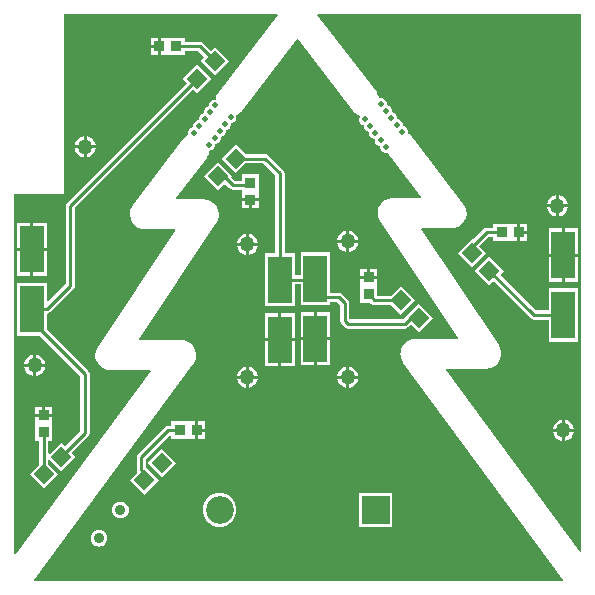
<source format=gbl>
%TF.GenerationSoftware,Altium Limited,Altium Designer,23.1.1 (15)*%
G04 Layer_Physical_Order=2*
G04 Layer_Color=16711680*
%FSLAX42Y42*%
%MOMM*%
%TF.SameCoordinates,B28E977E-5D45-45F3-9009-D632A0DEB075*%
%TF.FilePolarity,Positive*%
%TF.FileFunction,Copper,L2,Bot,Signal*%
%TF.Part,Single*%
G01*
G75*
%TA.AperFunction,SMDPad,CuDef*%
%ADD13R,0.96X0.94*%
%ADD14R,2.00X4.00*%
%ADD15P,1.70X4X360.0*%
%ADD16P,1.70X4X90.0*%
%ADD17R,0.94X0.96*%
%TA.AperFunction,Conductor*%
%ADD18C,0.25*%
%ADD19C,0.00*%
%TA.AperFunction,ComponentPad*%
%ADD20C,2.35*%
%ADD21R,2.35X2.35*%
%ADD22C,0.90*%
%TA.AperFunction,ViaPad*%
%ADD23C,0.50*%
%ADD24C,1.27*%
G36*
X4800Y251D02*
X4788Y247D01*
X3654Y1786D01*
X3660Y1797D01*
X4010D01*
X4014Y1798D01*
X4017Y1798D01*
X4044Y1805D01*
X4047Y1807D01*
X4050Y1808D01*
X4073Y1822D01*
X4076Y1824D01*
X4079Y1826D01*
X4097Y1846D01*
X4099Y1849D01*
X4102Y1852D01*
X4114Y1876D01*
X4115Y1879D01*
X4117Y1882D01*
X4123Y1909D01*
X4123Y1912D01*
X4123Y1916D01*
X4122Y1943D01*
X4121Y1946D01*
X4121Y1950D01*
X4112Y1975D01*
X4111Y1978D01*
X4109Y1982D01*
X4102Y1993D01*
X3446Y2976D01*
X3452Y2987D01*
X3718D01*
X3721Y2988D01*
X3725Y2988D01*
X3752Y2996D01*
X3755Y2997D01*
X3758Y2999D01*
X3782Y3013D01*
X3785Y3016D01*
X3787Y3018D01*
X3806Y3039D01*
X3808Y3042D01*
X3810Y3044D01*
X3823Y3070D01*
X3824Y3073D01*
X3825Y3076D01*
X3830Y3104D01*
X3830Y3107D01*
X3830Y3111D01*
X3828Y3139D01*
X3827Y3142D01*
X3826Y3146D01*
X3816Y3172D01*
X3814Y3175D01*
X3812Y3178D01*
X3804Y3189D01*
X3804Y3189D01*
X3380Y3747D01*
X3380Y3747D01*
X3370Y3759D01*
X3367Y3762D01*
X3365Y3765D01*
X3339Y3783D01*
X3336Y3784D01*
X3338Y3787D01*
Y3807D01*
X3330Y3826D01*
X3316Y3840D01*
X3297Y3848D01*
X3292D01*
X3292Y3848D01*
Y3868D01*
X3284Y3887D01*
X3270Y3901D01*
X3251Y3909D01*
X3244D01*
Y3927D01*
X3236Y3945D01*
X3222Y3959D01*
X3203Y3967D01*
X3200D01*
Y3985D01*
X3193Y4004D01*
X3179Y4018D01*
X3160Y4025D01*
X3157D01*
Y4043D01*
X3150Y4062D01*
X3135Y4076D01*
X3117Y4084D01*
X3097D01*
X3089Y4094D01*
X3085Y4106D01*
X3084Y4108D01*
X3083Y4110D01*
X3075Y4124D01*
X3074Y4126D01*
X3073Y4128D01*
X3068Y4135D01*
X3068Y4135D01*
X2568Y4789D01*
X2573Y4800D01*
X2675D01*
X4800Y4800D01*
Y251D01*
D02*
G37*
G36*
X2233Y4789D02*
X1733Y4135D01*
X1725Y4124D01*
X1723Y4121D01*
X1721Y4118D01*
X1711Y4094D01*
X1710Y4091D01*
X1709Y4087D01*
X1708Y4075D01*
X1690D01*
X1671Y4068D01*
X1657Y4054D01*
X1650Y4035D01*
Y4017D01*
X1647D01*
X1628Y4009D01*
X1614Y3995D01*
X1606Y3977D01*
Y3959D01*
X1604D01*
X1585Y3951D01*
X1571Y3937D01*
X1563Y3918D01*
Y3900D01*
X1555D01*
X1537Y3892D01*
X1523Y3878D01*
X1515Y3860D01*
Y3840D01*
X1515Y3839D01*
X1510D01*
X1491Y3832D01*
X1477Y3817D01*
X1469Y3799D01*
Y3779D01*
X1472Y3773D01*
X1471Y3773D01*
X1445Y3755D01*
X1443Y3752D01*
X1440Y3749D01*
X1430Y3737D01*
X1430Y3737D01*
X1006Y3179D01*
X998Y3168D01*
X996Y3165D01*
X994Y3162D01*
X984Y3136D01*
X983Y3132D01*
X982Y3129D01*
X980Y3101D01*
X980Y3097D01*
X980Y3094D01*
X985Y3066D01*
X986Y3063D01*
X987Y3060D01*
X1000Y3034D01*
X1002Y3032D01*
X1004Y3029D01*
X1023Y3008D01*
X1025Y3006D01*
X1028Y3003D01*
X1052Y2989D01*
X1055Y2987D01*
X1058Y2986D01*
X1085Y2978D01*
X1089Y2978D01*
X1092Y2977D01*
X1358D01*
X1364Y2966D01*
X708Y1983D01*
X701Y1972D01*
X699Y1968D01*
X698Y1965D01*
X689Y1940D01*
X689Y1936D01*
X688Y1933D01*
X687Y1906D01*
X687Y1902D01*
X687Y1899D01*
X693Y1872D01*
X695Y1869D01*
X696Y1866D01*
X708Y1842D01*
X711Y1839D01*
X713Y1836D01*
X731Y1816D01*
X734Y1814D01*
X737Y1812D01*
X760Y1798D01*
X763Y1797D01*
X766Y1795D01*
X793Y1788D01*
X796Y1788D01*
X800Y1787D01*
X1150D01*
X1156Y1776D01*
X12Y223D01*
X0Y227D01*
Y3274D01*
X400D01*
X410Y3276D01*
X418Y3282D01*
X424Y3290D01*
X426Y3300D01*
Y4800D01*
X2227D01*
X2233Y4789D01*
D02*
G37*
G36*
X2868Y3982D02*
X2877Y3969D01*
X2881Y3966D01*
X2883Y3964D01*
X2909Y3946D01*
X2913Y3944D01*
X2916Y3942D01*
X2917Y3942D01*
X2924Y3927D01*
X2919Y3916D01*
Y3896D01*
X2927Y3878D01*
X2941Y3863D01*
X2960Y3856D01*
X2965D01*
Y3838D01*
X2973Y3819D01*
X2987Y3805D01*
X3005Y3797D01*
X3008D01*
Y3779D01*
X3016Y3761D01*
X3030Y3747D01*
X3049Y3739D01*
X3051D01*
Y3721D01*
X3059Y3702D01*
X3073Y3688D01*
X3092Y3680D01*
X3100D01*
Y3665D01*
X3107Y3646D01*
X3121Y3632D01*
X3140Y3625D01*
X3160D01*
X3165Y3619D01*
X3172Y3604D01*
X3174Y3603D01*
X3174Y3601D01*
X3179Y3594D01*
X3441Y3250D01*
X3435Y3239D01*
X3194D01*
X3191Y3238D01*
X3189D01*
X3169Y3235D01*
X3167Y3234D01*
X3165Y3233D01*
X3146Y3226D01*
X3144Y3224D01*
X3142Y3223D01*
X3125Y3212D01*
X3124Y3210D01*
X3122Y3209D01*
X3108Y3195D01*
X3106Y3193D01*
X3104Y3191D01*
X3093Y3175D01*
X3092Y3172D01*
X3091Y3170D01*
X3084Y3152D01*
X3083Y3150D01*
X3082Y3147D01*
X3078Y3128D01*
Y3125D01*
X3078Y3123D01*
Y3106D01*
X3078Y3104D01*
X3078Y3102D01*
X3080Y3087D01*
X3081Y3085D01*
X3081Y3084D01*
X3085Y3069D01*
X3086Y3068D01*
X3087Y3066D01*
X3093Y3053D01*
X3094Y3051D01*
X3095Y3049D01*
X3099Y3043D01*
X3099Y3043D01*
X3754Y2060D01*
X3748Y2049D01*
X3386D01*
X3384Y2048D01*
X3381D01*
X3362Y2045D01*
X3360Y2044D01*
X3357Y2043D01*
X3339Y2036D01*
X3337Y2034D01*
X3334Y2033D01*
X3318Y2022D01*
X3316Y2020D01*
X3314Y2019D01*
X3300Y2005D01*
X3299Y2003D01*
X3297Y2001D01*
X3286Y1985D01*
X3285Y1982D01*
X3284Y1980D01*
X3276Y1962D01*
X3276Y1960D01*
X3275Y1957D01*
X3271Y1938D01*
Y1935D01*
X3270Y1933D01*
Y1915D01*
X3271Y1913D01*
X3271Y1911D01*
X3273Y1895D01*
X3274Y1893D01*
X3274Y1891D01*
X3279Y1876D01*
X3280Y1874D01*
X3281Y1872D01*
X3288Y1858D01*
X3289Y1857D01*
X3290Y1855D01*
X3295Y1848D01*
X4648Y11D01*
X4643Y0D01*
X175D01*
X169Y11D01*
X1515Y1838D01*
X1520Y1845D01*
X1521Y1847D01*
X1522Y1848D01*
X1529Y1862D01*
X1530Y1864D01*
X1531Y1866D01*
X1536Y1881D01*
X1536Y1883D01*
X1537Y1885D01*
X1539Y1901D01*
X1539Y1903D01*
X1540Y1905D01*
Y1923D01*
X1539Y1925D01*
Y1928D01*
X1535Y1947D01*
X1534Y1950D01*
X1534Y1952D01*
X1526Y1970D01*
X1525Y1972D01*
X1524Y1975D01*
X1513Y1991D01*
X1511Y1993D01*
X1510Y1995D01*
X1496Y2009D01*
X1494Y2010D01*
X1492Y2012D01*
X1476Y2023D01*
X1473Y2024D01*
X1471Y2026D01*
X1453Y2033D01*
X1450Y2034D01*
X1448Y2035D01*
X1429Y2038D01*
X1426D01*
X1424Y2039D01*
X1062D01*
X1056Y2050D01*
X1711Y3033D01*
X1711Y3033D01*
X1715Y3039D01*
X1716Y3041D01*
X1717Y3043D01*
X1723Y3056D01*
X1724Y3058D01*
X1725Y3059D01*
X1729Y3074D01*
X1729Y3075D01*
X1730Y3077D01*
X1732Y3092D01*
X1732Y3094D01*
X1732Y3096D01*
Y3113D01*
X1732Y3115D01*
Y3118D01*
X1728Y3137D01*
X1727Y3140D01*
X1726Y3142D01*
X1719Y3160D01*
X1718Y3162D01*
X1717Y3165D01*
X1706Y3181D01*
X1704Y3183D01*
X1702Y3185D01*
X1688Y3199D01*
X1686Y3200D01*
X1685Y3202D01*
X1668Y3213D01*
X1666Y3214D01*
X1664Y3216D01*
X1645Y3223D01*
X1643Y3224D01*
X1641Y3225D01*
X1621Y3228D01*
X1619D01*
X1616Y3229D01*
X1375D01*
X1369Y3240D01*
X1631Y3584D01*
X1636Y3591D01*
X1636Y3593D01*
X1638Y3594D01*
X1645Y3609D01*
X1646Y3611D01*
X1647Y3613D01*
X1652Y3628D01*
X1653Y3630D01*
X1653Y3632D01*
X1655Y3644D01*
X1662D01*
X1680Y3651D01*
X1694Y3666D01*
X1702Y3684D01*
Y3700D01*
X1710D01*
X1729Y3707D01*
X1743Y3721D01*
X1750Y3740D01*
Y3758D01*
X1753D01*
X1772Y3766D01*
X1786Y3780D01*
X1794Y3798D01*
Y3816D01*
X1796D01*
X1815Y3824D01*
X1829Y3838D01*
X1837Y3857D01*
Y3875D01*
X1842D01*
X1861Y3883D01*
X1875Y3897D01*
X1882Y3915D01*
Y3935D01*
X1880Y3941D01*
X1893Y3947D01*
X1896Y3949D01*
X1899Y3950D01*
X1920Y3966D01*
X1922Y3969D01*
X1925Y3971D01*
X1933Y3982D01*
X1933Y3982D01*
X2394Y4585D01*
X2407D01*
X2868Y3982D01*
D02*
G37*
%LPC*%
G36*
X4613Y3264D02*
Y3188D01*
X4689D01*
X4683Y3209D01*
X4671Y3230D01*
X4655Y3246D01*
X4634Y3258D01*
X4613Y3264D01*
D02*
G37*
G36*
X4587D02*
X4566Y3258D01*
X4545Y3246D01*
X4529Y3230D01*
X4517Y3209D01*
X4511Y3188D01*
X4587D01*
Y3264D01*
D02*
G37*
G36*
X4689Y3162D02*
X4613D01*
Y3086D01*
X4634Y3092D01*
X4655Y3104D01*
X4671Y3120D01*
X4683Y3141D01*
X4689Y3162D01*
D02*
G37*
G36*
X4587D02*
X4511D01*
X4517Y3141D01*
X4529Y3120D01*
X4545Y3104D01*
X4566Y3092D01*
X4587Y3086D01*
Y3162D01*
D02*
G37*
G36*
X4344Y3024D02*
X4284D01*
Y2963D01*
X4344D01*
Y3024D01*
D02*
G37*
G36*
Y2937D02*
X4284D01*
Y2876D01*
X4344D01*
Y2937D01*
D02*
G37*
G36*
X4259Y3024D02*
X4056D01*
Y2989D01*
X4000D01*
X3985Y2986D01*
X3973Y2977D01*
X3883Y2888D01*
X3876Y2895D01*
X3755Y2774D01*
X3876Y2653D01*
X3997Y2774D01*
X3938Y2833D01*
X4016Y2911D01*
X4056D01*
Y2876D01*
X4259D01*
Y2950D01*
Y3024D01*
D02*
G37*
G36*
X4775Y2983D02*
X4663D01*
Y2771D01*
X4775D01*
Y2983D01*
D02*
G37*
G36*
X4637D02*
X4525D01*
Y2771D01*
X4637D01*
Y2983D01*
D02*
G37*
G36*
X4775Y2745D02*
X4663D01*
Y2533D01*
X4775D01*
Y2745D01*
D02*
G37*
G36*
X4637D02*
X4525D01*
Y2533D01*
X4637D01*
Y2745D01*
D02*
G37*
G36*
X4024Y2747D02*
X3903Y2626D01*
X4024Y2505D01*
X4057Y2538D01*
X4373Y2223D01*
X4385Y2214D01*
X4400Y2211D01*
X4525D01*
Y2025D01*
X4775D01*
Y2475D01*
X4525D01*
Y2289D01*
X4416D01*
X4112Y2593D01*
X4145Y2626D01*
X4024Y2747D01*
D02*
G37*
G36*
X4663Y1364D02*
Y1288D01*
X4739D01*
X4733Y1309D01*
X4721Y1330D01*
X4705Y1346D01*
X4684Y1358D01*
X4663Y1364D01*
D02*
G37*
G36*
X4637D02*
X4616Y1358D01*
X4595Y1346D01*
X4579Y1330D01*
X4567Y1309D01*
X4561Y1288D01*
X4637D01*
Y1364D01*
D02*
G37*
G36*
X4739Y1262D02*
X4663D01*
Y1186D01*
X4684Y1192D01*
X4705Y1204D01*
X4721Y1220D01*
X4733Y1241D01*
X4739Y1262D01*
D02*
G37*
G36*
X4637D02*
X4561D01*
X4567Y1241D01*
X4579Y1220D01*
X4595Y1204D01*
X4616Y1192D01*
X4637Y1186D01*
Y1262D01*
D02*
G37*
G36*
X1216Y4599D02*
X1156D01*
Y4538D01*
X1216D01*
Y4599D01*
D02*
G37*
G36*
Y4512D02*
X1156D01*
Y4451D01*
X1216D01*
Y4512D01*
D02*
G37*
G36*
X1444Y4599D02*
X1241D01*
Y4525D01*
Y4451D01*
X1444D01*
Y4486D01*
X1557D01*
X1611Y4432D01*
X1578Y4399D01*
X1699Y4278D01*
X1820Y4399D01*
X1699Y4520D01*
X1666Y4487D01*
X1601Y4552D01*
X1588Y4561D01*
X1573Y4564D01*
X1444D01*
Y4599D01*
D02*
G37*
G36*
X1551Y4372D02*
X1430Y4251D01*
X1463Y4218D01*
X448Y3202D01*
X439Y3190D01*
X436Y3175D01*
Y2516D01*
X287Y2367D01*
X275Y2372D01*
Y2525D01*
X25D01*
Y2075D01*
X220D01*
X561Y1734D01*
Y1266D01*
X433Y1138D01*
X400Y1171D01*
X302Y1073D01*
X290Y1078D01*
Y1185D01*
X324D01*
Y1328D01*
Y1387D01*
X250D01*
X176D01*
Y1328D01*
Y1185D01*
X213D01*
Y983D01*
X131Y902D01*
X252Y781D01*
X372Y902D01*
X290Y983D01*
Y1022D01*
X302Y1027D01*
X400Y929D01*
X521Y1050D01*
X488Y1083D01*
X627Y1223D01*
X636Y1235D01*
X639Y1250D01*
Y1750D01*
X636Y1765D01*
X627Y1777D01*
X275Y2130D01*
Y2261D01*
X290Y2264D01*
X302Y2273D01*
X502Y2473D01*
X511Y2485D01*
X514Y2500D01*
Y3159D01*
X1518Y4163D01*
X1551Y4130D01*
X1672Y4251D01*
X1551Y4372D01*
D02*
G37*
G36*
X613Y3764D02*
Y3688D01*
X689D01*
X683Y3709D01*
X671Y3730D01*
X655Y3746D01*
X634Y3758D01*
X613Y3764D01*
D02*
G37*
G36*
X587D02*
X566Y3758D01*
X545Y3746D01*
X529Y3730D01*
X517Y3709D01*
X511Y3688D01*
X587D01*
Y3764D01*
D02*
G37*
G36*
X689Y3662D02*
X613D01*
Y3586D01*
X634Y3592D01*
X655Y3604D01*
X671Y3620D01*
X683Y3641D01*
X689Y3662D01*
D02*
G37*
G36*
X587D02*
X511D01*
X517Y3641D01*
X529Y3620D01*
X545Y3604D01*
X566Y3592D01*
X587Y3586D01*
Y3662D01*
D02*
G37*
G36*
X275Y3033D02*
X163D01*
Y2821D01*
X275D01*
Y3033D01*
D02*
G37*
G36*
X137D02*
X25D01*
Y2821D01*
X137D01*
Y3033D01*
D02*
G37*
G36*
X275Y2795D02*
X163D01*
Y2583D01*
X275D01*
Y2795D01*
D02*
G37*
G36*
X137D02*
X25D01*
Y2583D01*
X137D01*
Y2795D01*
D02*
G37*
G36*
X188Y1914D02*
Y1838D01*
X264D01*
X258Y1859D01*
X246Y1880D01*
X230Y1896D01*
X209Y1908D01*
X188Y1914D01*
D02*
G37*
G36*
X162D02*
X141Y1908D01*
X120Y1896D01*
X104Y1880D01*
X92Y1859D01*
X86Y1838D01*
X162D01*
Y1914D01*
D02*
G37*
G36*
X264Y1812D02*
X188D01*
Y1736D01*
X209Y1742D01*
X230Y1754D01*
X246Y1770D01*
X258Y1791D01*
X264Y1812D01*
D02*
G37*
G36*
X162D02*
X86D01*
X92Y1791D01*
X104Y1770D01*
X120Y1754D01*
X141Y1742D01*
X162Y1736D01*
Y1812D01*
D02*
G37*
G36*
X324Y1472D02*
X263D01*
Y1413D01*
X324D01*
Y1472D01*
D02*
G37*
G36*
X237D02*
X176D01*
Y1413D01*
X237D01*
Y1472D01*
D02*
G37*
G36*
X1726Y3547D02*
X1605Y3426D01*
X1726Y3305D01*
X1783Y3362D01*
X1823Y3323D01*
X1835Y3314D01*
X1850Y3311D01*
X1926D01*
Y3241D01*
X2000D01*
X2074D01*
Y3299D01*
Y3444D01*
X1926D01*
Y3389D01*
X1866D01*
X1838Y3417D01*
X1847Y3426D01*
X1726Y3547D01*
D02*
G37*
G36*
X2074Y3216D02*
X2013D01*
Y3156D01*
X2074D01*
Y3216D01*
D02*
G37*
G36*
X1987D02*
X1926D01*
Y3156D01*
X1987D01*
Y3216D01*
D02*
G37*
G36*
X2838Y2964D02*
Y2888D01*
X2914D01*
X2908Y2909D01*
X2896Y2930D01*
X2880Y2946D01*
X2859Y2958D01*
X2838Y2964D01*
D02*
G37*
G36*
X2812D02*
X2791Y2958D01*
X2770Y2946D01*
X2754Y2930D01*
X2742Y2909D01*
X2736Y2888D01*
X2812D01*
Y2964D01*
D02*
G37*
G36*
X1988Y2939D02*
Y2863D01*
X2064D01*
X2058Y2884D01*
X2046Y2905D01*
X2030Y2921D01*
X2009Y2933D01*
X1988Y2939D01*
D02*
G37*
G36*
X1962D02*
X1941Y2933D01*
X1920Y2921D01*
X1904Y2905D01*
X1892Y2884D01*
X1886Y2863D01*
X1962D01*
Y2939D01*
D02*
G37*
G36*
X2914Y2862D02*
X2838D01*
Y2786D01*
X2859Y2792D01*
X2880Y2804D01*
X2896Y2820D01*
X2908Y2841D01*
X2914Y2862D01*
D02*
G37*
G36*
X2812D02*
X2736D01*
X2742Y2841D01*
X2754Y2820D01*
X2770Y2804D01*
X2791Y2792D01*
X2812Y2786D01*
Y2862D01*
D02*
G37*
G36*
X2064Y2837D02*
X1988D01*
Y2761D01*
X2009Y2767D01*
X2030Y2779D01*
X2046Y2795D01*
X2058Y2816D01*
X2064Y2837D01*
D02*
G37*
G36*
X1962D02*
X1886D01*
X1892Y2816D01*
X1904Y2795D01*
X1920Y2779D01*
X1941Y2767D01*
X1962Y2761D01*
Y2837D01*
D02*
G37*
G36*
X3074Y2644D02*
X3013D01*
Y2584D01*
X3074D01*
Y2644D01*
D02*
G37*
G36*
X2987D02*
X2926D01*
Y2584D01*
X2987D01*
Y2644D01*
D02*
G37*
G36*
X3000Y2572D02*
D01*
Y2559D01*
X2926D01*
Y2499D01*
Y2356D01*
X3015D01*
X3021Y2347D01*
X3034Y2338D01*
X3049Y2335D01*
X3194D01*
X3276Y2253D01*
X3397Y2374D01*
X3276Y2495D01*
X3194Y2413D01*
X3074D01*
Y2499D01*
Y2559D01*
X3000D01*
Y2572D01*
D02*
G37*
G36*
X1874Y3695D02*
X1753Y3574D01*
X1874Y3453D01*
X1956Y3535D01*
X2110D01*
X2211Y3434D01*
Y2775D01*
X2125D01*
Y2325D01*
X2375D01*
Y2511D01*
X2425D01*
Y2333D01*
X2675D01*
Y2361D01*
X2734D01*
X2761Y2334D01*
Y2200D01*
X2764Y2185D01*
X2773Y2173D01*
X2798Y2148D01*
X2810Y2139D01*
X2825Y2136D01*
X3307D01*
X3321Y2139D01*
X3334Y2148D01*
X3358Y2171D01*
X3424Y2105D01*
X3545Y2226D01*
X3424Y2347D01*
X3333Y2255D01*
X3330Y2253D01*
X3291Y2214D01*
X2841D01*
X2839Y2216D01*
Y2350D01*
X2836Y2365D01*
X2827Y2377D01*
X2777Y2427D01*
X2765Y2436D01*
X2750Y2439D01*
X2675D01*
Y2783D01*
X2425D01*
Y2589D01*
X2375D01*
Y2775D01*
X2289D01*
Y3450D01*
X2286Y3465D01*
X2277Y3477D01*
X2153Y3602D01*
X2141Y3610D01*
X2126Y3613D01*
X1956D01*
X1874Y3695D01*
D02*
G37*
G36*
X2675Y2275D02*
X2563D01*
Y2063D01*
X2675D01*
Y2275D01*
D02*
G37*
G36*
X2537D02*
X2425D01*
Y2063D01*
X2537D01*
Y2275D01*
D02*
G37*
G36*
X2375Y2267D02*
X2263D01*
Y2055D01*
X2375D01*
Y2267D01*
D02*
G37*
G36*
X2237D02*
X2125D01*
Y2055D01*
X2237D01*
Y2267D01*
D02*
G37*
G36*
X2675Y2037D02*
X2563D01*
Y1825D01*
X2675D01*
Y2037D01*
D02*
G37*
G36*
X2537D02*
X2425D01*
Y1825D01*
X2537D01*
Y2037D01*
D02*
G37*
G36*
X2375Y2029D02*
X2263D01*
Y1817D01*
X2375D01*
Y2029D01*
D02*
G37*
G36*
X2237D02*
X2125D01*
Y1817D01*
X2237D01*
Y2029D01*
D02*
G37*
G36*
X2838Y1814D02*
Y1738D01*
X2914D01*
X2908Y1759D01*
X2896Y1780D01*
X2880Y1796D01*
X2859Y1808D01*
X2838Y1814D01*
D02*
G37*
G36*
X2812D02*
X2791Y1808D01*
X2770Y1796D01*
X2754Y1780D01*
X2742Y1759D01*
X2736Y1738D01*
X2812D01*
Y1814D01*
D02*
G37*
G36*
X1988D02*
Y1738D01*
X2064D01*
X2058Y1759D01*
X2046Y1780D01*
X2030Y1796D01*
X2009Y1808D01*
X1988Y1814D01*
D02*
G37*
G36*
X1962D02*
X1941Y1808D01*
X1920Y1796D01*
X1904Y1780D01*
X1892Y1759D01*
X1886Y1738D01*
X1962D01*
Y1814D01*
D02*
G37*
G36*
X2914Y1712D02*
X2838D01*
Y1636D01*
X2859Y1642D01*
X2880Y1654D01*
X2896Y1670D01*
X2908Y1691D01*
X2914Y1712D01*
D02*
G37*
G36*
X2812D02*
X2736D01*
X2742Y1691D01*
X2754Y1670D01*
X2770Y1654D01*
X2791Y1642D01*
X2812Y1636D01*
Y1712D01*
D02*
G37*
G36*
X2064D02*
X1988D01*
Y1636D01*
X2009Y1642D01*
X2030Y1654D01*
X2046Y1670D01*
X2058Y1691D01*
X2064Y1712D01*
D02*
G37*
G36*
X1962D02*
X1886D01*
X1892Y1691D01*
X1904Y1670D01*
X1920Y1654D01*
X1941Y1642D01*
X1962Y1636D01*
Y1712D01*
D02*
G37*
G36*
X1619Y1349D02*
X1559D01*
Y1288D01*
X1619D01*
Y1349D01*
D02*
G37*
G36*
Y1262D02*
X1559D01*
Y1201D01*
X1619D01*
Y1262D01*
D02*
G37*
G36*
X1534Y1349D02*
X1331D01*
Y1314D01*
X1300D01*
X1285Y1311D01*
X1273Y1302D01*
X1048Y1077D01*
X1039Y1065D01*
X1036Y1050D01*
Y938D01*
X1039Y923D01*
X1044Y915D01*
X980Y851D01*
X1101Y730D01*
X1222Y851D01*
X1114Y958D01*
Y1034D01*
X1316Y1236D01*
X1331D01*
Y1201D01*
X1534D01*
Y1275D01*
Y1349D01*
D02*
G37*
G36*
X1249Y1120D02*
X1128Y999D01*
X1249Y878D01*
X1370Y999D01*
X1249Y1120D01*
D02*
G37*
G36*
X899Y671D02*
X881Y668D01*
X864Y661D01*
X849Y650D01*
X838Y635D01*
X831Y618D01*
X829Y599D01*
X832Y581D01*
X839Y564D01*
X850Y549D01*
X865Y538D01*
X882Y531D01*
X901Y529D01*
X919Y532D01*
X936Y539D01*
X951Y550D01*
X962Y565D01*
X969Y582D01*
X971Y601D01*
X968Y619D01*
X961Y636D01*
X950Y651D01*
X935Y662D01*
X918Y669D01*
X899Y671D01*
D02*
G37*
G36*
X3203Y743D02*
X2918D01*
Y457D01*
X3203D01*
Y743D01*
D02*
G37*
G36*
X1758D02*
X1721D01*
X1684Y733D01*
X1652Y714D01*
X1625Y688D01*
X1606Y655D01*
X1597Y619D01*
Y581D01*
X1606Y545D01*
X1625Y512D01*
X1652Y486D01*
X1684Y467D01*
X1721Y457D01*
X1758D01*
X1795Y467D01*
X1827Y486D01*
X1854Y512D01*
X1873Y545D01*
X1882Y581D01*
Y619D01*
X1873Y655D01*
X1854Y688D01*
X1827Y714D01*
X1795Y733D01*
X1758Y743D01*
D02*
G37*
G36*
X719Y431D02*
X700Y429D01*
X683Y422D01*
X669Y410D01*
X658Y395D01*
X651Y378D01*
X648Y360D01*
X651Y341D01*
X658Y324D01*
X670Y310D01*
X684Y299D01*
X702Y292D01*
X720Y289D01*
X738Y292D01*
X755Y299D01*
X770Y311D01*
X781Y325D01*
X788Y343D01*
X790Y361D01*
X788Y379D01*
X781Y396D01*
X769Y411D01*
X754Y422D01*
X737Y429D01*
X719Y431D01*
D02*
G37*
%LPD*%
D13*
X250Y1400D02*
D03*
Y1257D02*
D03*
X3000Y2572D02*
D03*
Y2428D02*
D03*
X2000Y3228D02*
D03*
Y3372D02*
D03*
D14*
X150Y2808D02*
D03*
Y2300D02*
D03*
X4650Y2758D02*
D03*
Y2250D02*
D03*
X2250Y2042D02*
D03*
Y2550D02*
D03*
X2550Y2050D02*
D03*
Y2558D02*
D03*
D15*
X3876Y2774D02*
D03*
X4024Y2626D02*
D03*
X3276Y2374D02*
D03*
X3424Y2226D02*
D03*
D16*
X1101Y851D02*
D03*
X1249Y999D02*
D03*
X252Y902D02*
D03*
X400Y1050D02*
D03*
X1699Y4399D02*
D03*
X1551Y4251D02*
D03*
X1726Y3426D02*
D03*
X1874Y3574D02*
D03*
D17*
X1547Y1275D02*
D03*
X1403D02*
D03*
X1228Y4525D02*
D03*
X1372D02*
D03*
X4272Y2950D02*
D03*
X4128D02*
D03*
D18*
X2542Y2550D02*
X2550Y2558D01*
X2250Y2550D02*
X2542D01*
X3876Y2774D02*
Y2826D01*
X4000Y2950D01*
X4128D01*
X4024Y2626D02*
X4400Y2250D01*
X4024Y2626D02*
X4024D01*
X4400Y2250D02*
X4650D01*
X1075Y1050D02*
X1300Y1275D01*
X1403D01*
X1075Y938D02*
Y1050D01*
X1101Y851D02*
Y912D01*
X1075Y938D02*
X1101Y912D01*
X2825Y2175D02*
X3307D01*
X3357Y2226D01*
X2800Y2200D02*
Y2350D01*
Y2200D02*
X2825Y2175D01*
X2750Y2400D02*
X2800Y2350D01*
X2550Y2487D02*
Y2558D01*
Y2487D02*
X2637Y2400D01*
X2750D01*
X3049Y2374D02*
X3276D01*
X3049Y2378D02*
Y2381D01*
X3000Y2428D02*
X3001D01*
X3049Y2381D01*
X2250Y2550D02*
Y3450D01*
X2126Y3574D02*
X2250Y3450D01*
X1874Y3574D02*
X2126D01*
X1978Y3350D02*
X2000Y3372D01*
X1850Y3350D02*
X1978D01*
X1774Y3426D02*
X1850Y3350D01*
X1726Y3426D02*
X1774D01*
X1573Y4525D02*
X1699Y4399D01*
X1372Y4525D02*
X1573D01*
X1699Y4399D02*
X1699D01*
X475Y3175D02*
X1551Y4251D01*
X475Y2500D02*
Y3175D01*
X275Y2300D02*
X475Y2500D01*
X150Y2300D02*
X275D01*
X150Y2200D02*
X600Y1750D01*
X150Y2200D02*
Y2300D01*
X600Y1250D02*
Y1750D01*
X400Y1050D02*
X600Y1250D01*
X250Y1257D02*
X252Y1255D01*
Y902D02*
Y1255D01*
D19*
X3049Y2374D02*
Y2378D01*
X1551Y4251D02*
Y4251D01*
X1699Y4399D02*
Y4399D01*
X400Y1050D02*
X400D01*
X3357Y2226D02*
X3424D01*
D20*
X1740Y600D02*
D03*
D21*
X3060D02*
D03*
D22*
X900D02*
D03*
X719Y360D02*
D03*
D23*
X3287Y3797D02*
D03*
X3241Y3858D02*
D03*
X3193Y3917D02*
D03*
X3150Y3975D02*
D03*
X3107Y4033D02*
D03*
X1832Y3925D02*
D03*
X1786Y3867D02*
D03*
X1743Y3808D02*
D03*
X1700Y3750D02*
D03*
X1652Y3694D02*
D03*
X2970Y3906D02*
D03*
X3015Y3848D02*
D03*
X3059Y3789D02*
D03*
X3102Y3731D02*
D03*
X3150Y3675D02*
D03*
X1520Y3789D02*
D03*
X1565Y3850D02*
D03*
X1614Y3908D02*
D03*
X1657Y3967D02*
D03*
X1700Y4025D02*
D03*
D24*
X2825Y1725D02*
D03*
Y2875D02*
D03*
X1975Y1725D02*
D03*
Y2850D02*
D03*
X600Y3675D02*
D03*
X175Y1825D02*
D03*
X4650Y1275D02*
D03*
X4600Y3175D02*
D03*
%TF.MD5,29d4a9e71284f0ff5204bd941765ffdc*%
M02*

</source>
